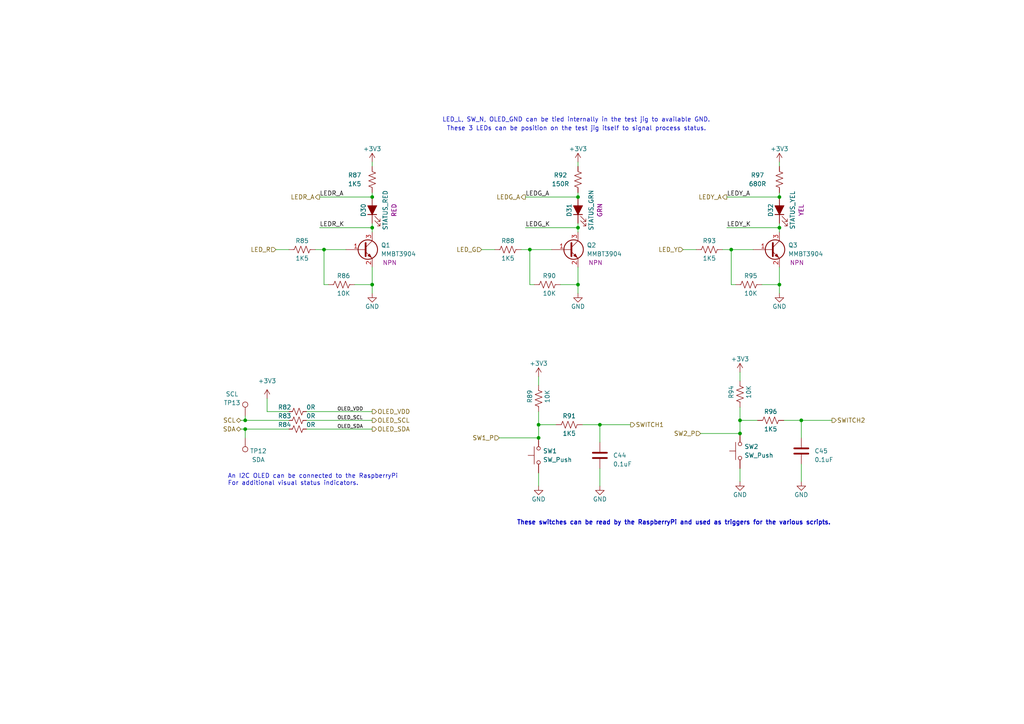
<source format=kicad_sch>
(kicad_sch (version 20230121) (generator eeschema)
  (paper "A4")
  (title_block (title "VoltHub7") (date "2024-01-26") (rev "A") (company "Voltlog") (comment 1 "All resistors are 1% unless otherwise mentioned.") (comment 2 "License GPLv3"))
  (lib_symbols
    (symbol "Connector:TestPoint" (pin_numbers hide) (pin_names (offset 0.762) hide)
      (property "Reference" "TP" (at 0 6.858 0))
      (property "Value" "TestPoint" (at 0 5.08 0))
      (symbol "TestPoint_0_1"
        (circle (center 0 3.302) (radius 0.762))
      )
      (symbol "TestPoint_1_1"
        (pin passive line (at 0 0 90) (length 2.54) (name "1") (number "1"))
      )
    )
    (symbol "Device:C" (pin_numbers hide) (pin_names (offset 0.254))
      (property "Reference" "C" (at 0.635 2.54 0))
      (property "Value" "C" (at 0.635 -2.54 0))
      (symbol "C_0_1"
        (polyline (pts (xy -2.032 -0.762) (xy 2.032 -0.762)) (stroke (width 0.508)))
        (polyline (pts (xy -2.032 0.762) (xy 2.032 0.762)) (stroke (width 0.508)))
      )
      (symbol "C_1_1"
        (pin passive line (at 0 3.81 270) (length 2.794) (name "~") (number "1"))
        (pin passive line (at 0 -3.81 90) (length 2.794) (name "~") (number "2"))
      )
    )
    (symbol "Device:LED_Filled" (pin_numbers hide) (pin_names (offset 1.016) hide)
      (property "Reference" "D" (at 0 2.54 0))
      (property "Value" "LED_Filled" (at 0 -2.54 0))
      (symbol "LED_Filled_0_1"
        (polyline (pts (xy -1.27 -1.27) (xy -1.27 1.27)) (stroke (width 0.254)))
        (polyline (pts (xy -1.27 0) (xy 1.27 0)))
        (polyline (pts (xy 1.27 -1.27) (xy 1.27 1.27) (xy -1.27 0) (xy 1.27 -1.27)) (stroke (width 0.254)) (fill (type outline)))
        (polyline (pts (xy -3.048 -0.762) (xy -4.572 -2.286) (xy -3.81 -2.286) (xy -4.572 -2.286) (xy -4.572 -1.524)))
        (polyline (pts (xy -1.778 -0.762) (xy -3.302 -2.286) (xy -2.54 -2.286) (xy -3.302 -2.286) (xy -3.302 -1.524)))
      )
      (symbol "LED_Filled_1_1"
        (pin passive line (at -3.81 0 0) (length 2.54) (name "K") (number "1"))
        (pin passive line (at 3.81 0 180) (length 2.54) (name "A") (number "2"))
      )
    )
    (symbol "Device:R_Small_US" (pin_numbers hide) (pin_names (offset 0.254) hide)
      (property "Reference" "R" (at 0.762 0.508 0))
      (property "Value" "R_Small_US" (at 0.762 -1.016 0))
      (symbol "R_Small_US_1_1"
        (polyline (pts (xy 0 0) (xy 1.016 -0.381) (xy 0 -0.762) (xy -1.016 -1.143) (xy 0 -1.524)))
        (polyline (pts (xy 0 1.524) (xy 1.016 1.143) (xy 0 0.762) (xy -1.016 0.381) (xy 0 0)))
        (pin passive line (at 0 2.54 270) (length 1.016) (name "~") (number "1"))
        (pin passive line (at 0 -2.54 90) (length 1.016) (name "~") (number "2"))
      )
    )
    (symbol "Device:R_US" (pin_numbers hide) (pin_names (offset 0))
      (property "Reference" "R" (at 2.54 0 90))
      (property "Value" "R_US" (at -2.54 0 90))
      (symbol "R_US_0_1"
        (polyline (pts (xy 0 -2.286) (xy 0 -2.54)))
        (polyline (pts (xy 0 2.286) (xy 0 2.54)))
        (polyline (pts (xy 0 -0.762) (xy 1.016 -1.143) (xy 0 -1.524) (xy -1.016 -1.905) (xy 0 -2.286)))
        (polyline (pts (xy 0 0.762) (xy 1.016 0.381) (xy 0 0) (xy -1.016 -0.381) (xy 0 -0.762)))
        (polyline (pts (xy 0 2.286) (xy 1.016 1.905) (xy 0 1.524) (xy -1.016 1.143) (xy 0 0.762)))
      )
      (symbol "R_US_1_1"
        (pin passive line (at 0 3.81 270) (length 1.27) (name "~") (number "1"))
        (pin passive line (at 0 -3.81 90) (length 1.27) (name "~") (number "2"))
      )
    )
    (symbol "Switch:SW_Push" (pin_numbers hide) (pin_names (offset 1.016) hide)
      (property "Reference" "SW" (at 1.27 2.54 0))
      (property "Value" "SW_Push" (at 0 -1.524 0))
      (symbol "SW_Push_0_1"
        (circle (center -2.032 0) (radius 0.508))
        (polyline (pts (xy 0 1.27) (xy 0 3.048)))
        (polyline (pts (xy 2.54 1.27) (xy -2.54 1.27)))
        (circle (center 2.032 0) (radius 0.508))
        (pin passive line (at -5.08 0 0) (length 2.54) (name "1") (number "1"))
        (pin passive line (at 5.08 0 180) (length 2.54) (name "2") (number "2"))
      )
    )
    (symbol "Transistor_BJT:MMBT3904" (pin_names (offset 0) hide)
      (property "Reference" "Q" (at 5.08 1.905 0))
      (property "Value" "MMBT3904" (at 5.08 0 0))
      (symbol "MMBT3904_0_1"
        (polyline (pts (xy 0.635 0.635) (xy 2.54 2.54)))
        (polyline (pts (xy 0.635 -0.635) (xy 2.54 -2.54) (xy 2.54 -2.54)))
        (polyline (pts (xy 0.635 1.905) (xy 0.635 -1.905) (xy 0.635 -1.905)) (stroke (width 0.508)))
        (polyline (pts (xy 1.27 -1.778) (xy 1.778 -1.27) (xy 2.286 -2.286) (xy 1.27 -1.778) (xy 1.27 -1.778)) (fill (type outline)))
        (circle (center 1.27 0) (radius 2.8194) (stroke (width 0.254)))
      )
      (symbol "MMBT3904_1_1"
        (pin input line (at -5.08 0 0) (length 5.715) (name "B") (number "1"))
        (pin passive line (at 2.54 -5.08 90) (length 2.54) (name "E") (number "2"))
        (pin passive line (at 2.54 5.08 270) (length 2.54) (name "C") (number "3"))
      )
    )
    (symbol "power:+3V3" (power) (pin_names (offset 0))
      (property "Value" "+3V3" (at 0 3.556 0))
      (symbol "+3V3_0_1"
        (polyline (pts (xy -0.762 1.27) (xy 0 2.54)))
        (polyline (pts (xy 0 0) (xy 0 2.54)))
        (polyline (pts (xy 0 2.54) (xy 0.762 1.27)))
      )
      (symbol "+3V3_1_1"
        (pin power_in line (at 0 0 90) (length 0) hide (name "+3V3") (number "1"))
      )
    )
    (symbol "power:GND" (power) (pin_names (offset 0))
      (property "Value" "GND" (at 0 -3.81 0))
      (symbol "GND_0_1"
        (polyline (pts (xy 0 0) (xy 0 -1.27) (xy 1.27 -1.27) (xy 0 -2.54) (xy -1.27 -1.27) (xy 0 -1.27)))
      )
      (symbol "GND_1_1"
        (pin power_in line (at 0 0 270) (length 0) hide (name "GND") (number "1"))
      )
    )
  )
  (junction (at 226.06 66.04))
  (junction (at 214.63 121.92))
  (junction (at 232.41 121.92))
  (junction (at 226.06 57.15))
  (junction (at 107.95 82.55))
  (junction (at 167.64 57.15))
  (junction (at 107.95 66.04))
  (junction (at 167.64 66.04))
  (junction (at 214.63 125.73))
  (junction (at 71.12 121.92))
  (junction (at 226.06 82.55))
  (junction (at 156.21 127))
  (junction (at 167.64 82.55))
  (junction (at 107.95 57.15))
  (junction (at 173.99 123.19))
  (junction (at 71.12 124.46))
  (junction (at 212.09 72.39))
  (junction (at 156.21 123.19))
  (junction (at 153.67 72.39))
  (junction (at 93.98 72.39))
  (wire (pts (xy 88.9 119.38) (xy 107.95 119.38)))
  (wire (pts (xy 71.12 124.46) (xy 83.82 124.46)))
  (wire (pts (xy 156.21 109.22) (xy 156.21 111.76)))
  (wire (pts (xy 93.98 82.55) (xy 93.98 72.39)))
  (wire (pts (xy 162.56 82.55) (xy 167.64 82.55)))
  (wire (pts (xy 173.99 123.19) (xy 173.99 128.27)))
  (wire (pts (xy 107.95 55.88) (xy 107.95 57.15)))
  (wire (pts (xy 102.87 82.55) (xy 107.95 82.55)))
  (wire (pts (xy 156.21 123.19) (xy 156.21 127)))
  (wire (pts (xy 92.71 66.04) (xy 107.95 66.04)))
  (wire (pts (xy 156.21 123.19) (xy 161.29 123.19)))
  (wire (pts (xy 167.64 55.88) (xy 167.64 57.15)))
  (wire (pts (xy 226.06 55.88) (xy 226.06 57.15)))
  (wire (pts (xy 139.7 72.39) (xy 143.51 72.39)))
  (wire (pts (xy 226.06 82.55) (xy 226.06 85.09)))
  (wire (pts (xy 69.85 124.46) (xy 71.12 124.46)))
  (wire (pts (xy 153.67 72.39) (xy 151.13 72.39)))
  (wire (pts (xy 226.06 77.47) (xy 226.06 82.55)))
  (wire (pts (xy 203.2 125.73) (xy 214.63 125.73)))
  (wire (pts (xy 226.06 66.04) (xy 226.06 67.31)))
  (wire (pts (xy 214.63 121.92) (xy 214.63 125.73)))
  (wire (pts (xy 71.12 120.65) (xy 71.12 121.92)))
  (wire (pts (xy 107.95 77.47) (xy 107.95 82.55)))
  (wire (pts (xy 214.63 135.89) (xy 214.63 139.7)))
  (wire (pts (xy 80.01 72.39) (xy 83.82 72.39)))
  (wire (pts (xy 167.64 82.55) (xy 167.64 85.09)))
  (wire (pts (xy 167.64 77.47) (xy 167.64 82.55)))
  (wire (pts (xy 107.95 82.55) (xy 107.95 85.09)))
  (wire (pts (xy 232.41 134.62) (xy 232.41 139.7)))
  (wire (pts (xy 107.95 48.26) (xy 107.95 46.99)))
  (wire (pts (xy 153.67 82.55) (xy 153.67 72.39)))
  (wire (pts (xy 210.82 66.04) (xy 226.06 66.04)))
  (wire (pts (xy 77.47 115.57) (xy 77.47 119.38)))
  (wire (pts (xy 71.12 121.92) (xy 83.82 121.92)))
  (wire (pts (xy 210.82 57.15) (xy 226.06 57.15)))
  (wire (pts (xy 227.33 121.92) (xy 232.41 121.92)))
  (wire (pts (xy 92.71 57.15) (xy 107.95 57.15)))
  (wire (pts (xy 88.9 124.46) (xy 107.95 124.46)))
  (wire (pts (xy 212.09 72.39) (xy 218.44 72.39)))
  (wire (pts (xy 167.64 64.77) (xy 167.64 66.04)))
  (wire (pts (xy 107.95 64.77) (xy 107.95 66.04)))
  (wire (pts (xy 93.98 72.39) (xy 91.44 72.39)))
  (wire (pts (xy 156.21 137.16) (xy 156.21 140.97)))
  (wire (pts (xy 226.06 64.77) (xy 226.06 66.04)))
  (wire (pts (xy 173.99 123.19) (xy 182.88 123.19)))
  (wire (pts (xy 107.95 66.04) (xy 107.95 67.31)))
  (wire (pts (xy 144.78 127) (xy 156.21 127)))
  (wire (pts (xy 232.41 121.92) (xy 241.3 121.92)))
  (wire (pts (xy 167.64 66.04) (xy 167.64 67.31)))
  (wire (pts (xy 152.4 66.04) (xy 167.64 66.04)))
  (wire (pts (xy 83.82 119.38) (xy 77.47 119.38)))
  (wire (pts (xy 214.63 121.92) (xy 219.71 121.92)))
  (wire (pts (xy 69.85 121.92) (xy 71.12 121.92)))
  (wire (pts (xy 71.12 124.46) (xy 71.12 127)))
  (wire (pts (xy 214.63 118.11) (xy 214.63 121.92)))
  (wire (pts (xy 156.21 119.38) (xy 156.21 123.19)))
  (wire (pts (xy 173.99 135.89) (xy 173.99 140.97)))
  (wire (pts (xy 168.91 123.19) (xy 173.99 123.19)))
  (wire (pts (xy 198.12 72.39) (xy 201.93 72.39)))
  (wire (pts (xy 88.9 121.92) (xy 107.95 121.92)))
  (wire (pts (xy 232.41 121.92) (xy 232.41 127)))
  (wire (pts (xy 220.98 82.55) (xy 226.06 82.55)))
  (wire (pts (xy 167.64 48.26) (xy 167.64 46.99)))
  (wire (pts (xy 213.36 82.55) (xy 212.09 82.55)))
  (wire (pts (xy 153.67 72.39) (xy 160.02 72.39)))
  (wire (pts (xy 95.25 82.55) (xy 93.98 82.55)))
  (wire (pts (xy 226.06 48.26) (xy 226.06 46.99)))
  (wire (pts (xy 154.94 82.55) (xy 153.67 82.55)))
  (wire (pts (xy 214.63 107.95) (xy 214.63 110.49)))
  (wire (pts (xy 212.09 72.39) (xy 209.55 72.39)))
  (wire (pts (xy 93.98 72.39) (xy 100.33 72.39)))
  (wire (pts (xy 212.09 82.55) (xy 212.09 72.39)))
  (wire (pts (xy 152.4 57.15) (xy 167.64 57.15)))
  (text "These switches can be read by the RaspberryPi and used as triggers for the various scripts." (at 149.86 152.4 0) (effects (font (size 1.27 1.27) bold) (justify left bottom)))
  (text "LED_L, SW_N, OLED_GND can be tied internally in the test jig to available GND." (at 128.27 35.56 0) (effects (font (size 1.27 1.27)) (justify left bottom)))
  (text "An I2C OLED can be connected to the RaspberryPi\nFor additional visual status indicators." (at 66.04 140.97 0) (effects (font (size 1.27 1.27)) (justify left bottom)))
  (text "These 3 LEDs can be position on the test jig itself to signal process status." (at 129.54 38.1 0) (effects (font (size 1.27 1.27)) (justify left bottom)))
  (label "LEDR_A" (at 92.71 57.15 0))
  (label "OLED_SDA" (at 97.79 124.46 0) (effects (font (size 1 1))))
  (label "LEDY_K" (at 210.82 66.04 0))
  (label "LEDG_K" (at 152.4 66.04 0))
  (label "LEDR_K" (at 92.71 66.04 0))
  (label "OLED_VDD" (at 97.79 119.38 0) (effects (font (size 1 1))))
  (label "LEDG_A" (at 152.4 57.15 0))
  (label "OLED_SCL" (at 97.79 121.92 0) (effects (font (size 1 1))))
  (label "LEDY_A" (at 210.82 57.15 0))
  (hierarchical_label "LED_G" (shape input) (at 139.7 72.39 180))
  (hierarchical_label "OLED_SDA" (shape output) (at 107.95 124.46 0))
  (hierarchical_label "LEDR_A" (shape output) (at 92.71 57.15 180))
  (hierarchical_label "OLED_SCL" (shape output) (at 107.95 121.92 0))
  (hierarchical_label "SWITCH2" (shape output) (at 241.3 121.92 0))
  (hierarchical_label "OLED_VDD" (shape output) (at 107.95 119.38 0))
  (hierarchical_label "LEDG_A" (shape output) (at 152.4 57.15 180))
  (hierarchical_label "SWITCH1" (shape output) (at 182.88 123.19 0))
  (hierarchical_label "LED_R" (shape input) (at 80.01 72.39 180))
  (hierarchical_label "SW2_P" (shape input) (at 203.2 125.73 180))
  (hierarchical_label "SDA" (shape bidirectional) (at 69.85 124.46 180))
  (hierarchical_label "LED_Y" (shape input) (at 198.12 72.39 180))
  (hierarchical_label "SCL" (shape bidirectional) (at 69.85 121.92 180))
  (hierarchical_label "SW1_P" (shape input) (at 144.78 127 180))
  (hierarchical_label "LEDY_A" (shape output) (at 210.82 57.15 180))
  (symbol (lib_id "Device:R_Small_US") (at 86.36 119.38 90) (unit 1)
    (property "Reference" "R82" (at 82.55 118.11 90))
    (property "Value" "0R" (at 90.17 118.11 90))
    (property "Footprint" "Resistor_SMD:R_0603_1608Metric" (effects hide))
    (property "LCSC" "C21189" (effects hide))
  )
  (symbol (lib_id "power:+3V3") (at 156.21 109.22 0) (unit 1)
    (property "Reference" "#PWR060" (effects hide))
    (property "Value" "+3V3" (at 156.21 105.41 0))
  )
  (symbol (lib_id "Device:R_US") (at 87.63 72.39 270) (unit 1)
    (property "Reference" "R85" (at 87.63 69.85 90))
    (property "Value" "1K5" (at 87.63 74.93 90))
    (property "Footprint" "Resistor_SMD:R_0603_1608Metric" (effects hide))
    (property "LCSC" "C21190" (effects hide))
  )
  (symbol (lib_id "power:GND") (at 107.95 85.09 0) (unit 1)
    (property "Reference" "#PWR059" (effects hide))
    (property "Value" "GND" (at 107.95 88.9 0))
  )
  (symbol (lib_id "Switch:SW_Push") (at 214.63 130.81 90) (unit 1)
    (property "Reference" "SW2" (at 215.9 129.54 90) (effects (justify right)))
    (property "Value" "SW_Push" (at 215.9 132.08 90) (effects (justify right)))
    (property "Footprint" "Button_Switch_SMD:SW_SPST_Omron_B3FS-100xP" (effects hide))
  )
  (symbol (lib_id "Device:R_US") (at 99.06 82.55 270) (unit 1)
    (property "Reference" "R86" (at 101.6 80.01 90) (effects (justify right)))
    (property "Value" "10K" (at 101.6 85.09 90) (effects (justify right)))
    (property "Footprint" "Resistor_SMD:R_0603_1608Metric" (effects hide))
    (property "LCSC" "C25804" (effects hide))
  )
  (symbol (lib_id "Transistor_BJT:MMBT3904") (at 223.52 72.39 0) (unit 1)
    (property "Reference" "Q3" (at 228.6 71.12 0) (effects (justify left)))
    (property "Value" "MMBT3904" (at 228.6 73.66 0) (effects (justify left)))
    (property "Footprint" "Package_TO_SOT_SMD:SOT-23" (effects hide))
    (property "Datasheet" "https://www.onsemi.com/pdf/datasheet/pzt3904-d.pdf" (effects hide))
    (property "Type" "NPN" (at 231.14 76.2 0))
    (property "LCSC" "C20526" (effects hide))
  )
  (symbol (lib_id "Device:R_Small_US") (at 86.36 121.92 90) (unit 1)
    (property "Reference" "R83" (at 82.55 120.65 90))
    (property "Value" "0R" (at 90.17 120.65 90))
    (property "Footprint" "Resistor_SMD:R_0603_1608Metric" (effects hide))
    (property "LCSC" "C21189" (effects hide))
  )
  (symbol (lib_id "Device:R_US") (at 205.74 72.39 270) (unit 1)
    (property "Reference" "R93" (at 205.74 69.85 90))
    (property "Value" "1K5" (at 205.74 74.93 90))
    (property "Footprint" "Resistor_SMD:R_0603_1608Metric" (effects hide))
    (property "LCSC" "C21190" (effects hide))
  )
  (symbol (lib_id "Transistor_BJT:MMBT3904") (at 105.41 72.39 0) (unit 1)
    (property "Reference" "Q1" (at 110.49 71.12 0) (effects (justify left)))
    (property "Value" "MMBT3904" (at 110.49 73.66 0) (effects (justify left)))
    (property "Footprint" "Package_TO_SOT_SMD:SOT-23" (effects hide))
    (property "Datasheet" "https://www.onsemi.com/pdf/datasheet/pzt3904-d.pdf" (effects hide))
    (property "Type" "NPN" (at 113.03 76.2 0))
    (property "LCSC" "C20526" (effects hide))
  )
  (symbol (lib_id "Device:LED_Filled") (at 107.95 60.96 90) (unit 1)
    (property "Reference" "D30" (at 105.41 60.96 0))
    (property "Value" "STATUS_RED" (at 111.76 60.96 0))
    (property "Footprint" "LED_SMD:LED_0603_1608Metric" (effects hide))
    (property "Color" "RED" (at 114.3 60.96 0))
    (property "LCSC" "C193902" (effects hide))
    (property "PN" "NCD0603R5" (effects hide))
  )
  (symbol (lib_id "power:+3V3") (at 226.06 46.99 0) (unit 1)
    (property "Reference" "#PWR067" (effects hide))
    (property "Value" "+3V3" (at 226.06 43.18 0))
  )
  (symbol (lib_id "Device:C") (at 232.41 130.81 0) (unit 1)
    (property "Reference" "C45" (at 236.22 130.81 0) (effects (justify left)))
    (property "Value" "0.1uF" (at 236.22 133.35 0) (effects (justify left)))
    (property "Footprint" "Capacitor_SMD:C_0603_1608Metric" (effects hide))
    (property "LCSC" "C14663" (effects hide))
  )
  (symbol (lib_id "Device:R_US") (at 165.1 123.19 270) (unit 1)
    (property "Reference" "R91" (at 165.1 120.65 90))
    (property "Value" "1K5" (at 165.1 125.73 90))
    (property "Footprint" "Resistor_SMD:R_0603_1608Metric" (effects hide))
    (property "LCSC" "C21190" (effects hide))
  )
  (symbol (lib_id "power:+3V3") (at 77.47 115.57 0) (unit 1)
    (property "Reference" "#PWR057" (effects hide))
    (property "Value" "+3V3" (at 77.47 110.49 0))
  )
  (symbol (lib_id "Transistor_BJT:MMBT3904") (at 165.1 72.39 0) (unit 1)
    (property "Reference" "Q2" (at 170.18 71.12 0) (effects (justify left)))
    (property "Value" "MMBT3904" (at 170.18 73.66 0) (effects (justify left)))
    (property "Footprint" "Package_TO_SOT_SMD:SOT-23" (effects hide))
    (property "Datasheet" "https://www.onsemi.com/pdf/datasheet/pzt3904-d.pdf" (effects hide))
    (property "Type" "NPN" (at 172.72 76.2 0))
    (property "LCSC" "C20526" (effects hide))
  )
  (symbol (lib_id "Device:R_US") (at 214.63 114.3 0) (unit 1)
    (property "Reference" "R94" (at 212.09 111.76 90) (effects (justify right)))
    (property "Value" "10K" (at 217.17 111.76 90) (effects (justify right)))
    (property "Footprint" "Resistor_SMD:R_0603_1608Metric" (effects hide))
    (property "LCSC" "C25804" (effects hide))
  )
  (symbol (lib_id "power:+3V3") (at 214.63 107.95 0) (unit 1)
    (property "Reference" "#PWR065" (effects hide))
    (property "Value" "+3V3" (at 214.63 104.14 0))
  )
  (symbol (lib_id "Device:R_US") (at 223.52 121.92 270) (unit 1)
    (property "Reference" "R96" (at 223.52 119.38 90))
    (property "Value" "1K5" (at 223.52 124.46 90))
    (property "Footprint" "Resistor_SMD:R_0603_1608Metric" (effects hide))
    (property "LCSC" "C21190" (effects hide))
  )
  (symbol (lib_id "Device:R_US") (at 156.21 115.57 0) (unit 1)
    (property "Reference" "R89" (at 153.67 113.03 90) (effects (justify right)))
    (property "Value" "10K" (at 158.75 113.03 90) (effects (justify right)))
    (property "Footprint" "Resistor_SMD:R_0603_1608Metric" (effects hide))
    (property "LCSC" "C25804" (effects hide))
  )
  (symbol (lib_id "power:GND") (at 173.99 140.97 0) (unit 1)
    (property "Reference" "#PWR064" (effects hide))
    (property "Value" "GND" (at 173.99 144.78 0))
  )
  (symbol (lib_id "Device:R_US") (at 147.32 72.39 270) (unit 1)
    (property "Reference" "R88" (at 147.32 69.85 90))
    (property "Value" "1K5" (at 147.32 74.93 90))
    (property "Footprint" "Resistor_SMD:R_0603_1608Metric" (effects hide))
    (property "LCSC" "C21190" (effects hide))
  )
  (symbol (lib_id "Device:R_US") (at 226.06 52.07 180) (unit 1)
    (property "Reference" "R97" (at 219.71 50.8 0))
    (property "Value" "680R" (at 219.71 53.34 0))
    (property "Footprint" "Resistor_SMD:R_0603_1608Metric" (effects hide))
    (property "LCSC" "C23228" (effects hide))
  )
  (symbol (lib_id "power:GND") (at 232.41 139.7 0) (unit 1)
    (property "Reference" "#PWR069" (effects hide))
    (property "Value" "GND" (at 232.41 143.51 0))
  )
  (symbol (lib_id "power:GND") (at 156.21 140.97 0) (unit 1)
    (property "Reference" "#PWR061" (effects hide))
    (property "Value" "GND" (at 156.21 144.78 0))
  )
  (symbol (lib_id "power:+3V3") (at 107.95 46.99 0) (unit 1)
    (property "Reference" "#PWR058" (effects hide))
    (property "Value" "+3V3" (at 107.95 43.18 0))
  )
  (symbol (lib_id "power:GND") (at 226.06 85.09 0) (unit 1)
    (property "Reference" "#PWR068" (effects hide))
    (property "Value" "GND" (at 226.06 88.9 0))
  )
  (symbol (lib_id "power:GND") (at 214.63 139.7 0) (unit 1)
    (property "Reference" "#PWR066" (effects hide))
    (property "Value" "GND" (at 214.63 143.51 0))
  )
  (symbol (lib_id "Device:LED_Filled") (at 167.64 60.96 90) (unit 1)
    (property "Reference" "D31" (at 165.1 60.96 0))
    (property "Value" "STATUS_GRN" (at 171.45 60.96 0))
    (property "Footprint" "LED_SMD:LED_0603_1608Metric" (effects hide))
    (property "Color" "GRN" (at 173.99 60.96 0))
    (property "LCSC" "C84267" (effects hide))
    (property "PN" "NCD0603G1" (effects hide))
  )
  (symbol (lib_id "Device:R_US") (at 217.17 82.55 270) (unit 1)
    (property "Reference" "R95" (at 219.71 80.01 90) (effects (justify right)))
    (property "Value" "10K" (at 219.71 85.09 90) (effects (justify right)))
    (property "Footprint" "Resistor_SMD:R_0603_1608Metric" (effects hide))
    (property "LCSC" "C25804" (effects hide))
  )
  (symbol (lib_id "Device:R_US") (at 167.64 52.07 180) (unit 1)
    (property "Reference" "R92" (at 162.56 50.8 0))
    (property "Value" "150R" (at 162.56 53.34 0))
    (property "Footprint" "Resistor_SMD:R_0603_1608Metric" (effects hide))
    (property "LCSC" "C22808" (effects hide))
  )
  (symbol (lib_id "Device:R_US") (at 158.75 82.55 270) (unit 1)
    (property "Reference" "R90" (at 161.29 80.01 90) (effects (justify right)))
    (property "Value" "10K" (at 161.29 85.09 90) (effects (justify right)))
    (property "Footprint" "Resistor_SMD:R_0603_1608Metric" (effects hide))
    (property "LCSC" "C25804" (effects hide))
  )
  (symbol (lib_id "power:+3V3") (at 167.64 46.99 0) (unit 1)
    (property "Reference" "#PWR062" (effects hide))
    (property "Value" "+3V3" (at 167.64 43.18 0))
  )
  (symbol (lib_id "Connector:TestPoint") (at 71.12 127 180) (unit 1) (in_bom no)
    (property "Reference" "TP12" (at 74.93 130.81 0))
    (property "Value" "SDA" (at 74.93 133.35 0))
    (property "Footprint" "TestPoint:TestPoint_Pad_D1.0mm" (effects hide))
  )
  (symbol (lib_id "Device:LED_Filled") (at 226.06 60.96 90) (unit 1)
    (property "Reference" "D32" (at 223.52 60.96 0))
    (property "Value" "STATUS_YEL" (at 229.87 60.96 0))
    (property "Footprint" "LED_SMD:LED_0603_1608Metric" (effects hide))
    (property "Color" "YEL" (at 232.41 60.96 0))
    (property "LCSC" "C84268" (effects hide))
    (property "PN" "NCD0603Y5" (effects hide))
  )
  (symbol (lib_id "Switch:SW_Push") (at 156.21 132.08 90) (unit 1)
    (property "Reference" "SW1" (at 157.48 130.81 90) (effects (justify right)))
    (property "Value" "SW_Push" (at 157.48 133.35 90) (effects (justify right)))
    (property "Footprint" "Button_Switch_SMD:SW_SPST_Omron_B3FS-100xP" (effects hide))
  )
  (symbol (lib_id "Device:R_US") (at 107.95 52.07 0) (unit 1)
    (property "Reference" "R87" (at 102.87 50.8 0))
    (property "Value" "1K5" (at 102.87 53.34 0))
    (property "Footprint" "Resistor_SMD:R_0603_1608Metric" (effects hide))
    (property "LCSC" "C21190" (effects hide))
  )
  (symbol (lib_id "Device:R_Small_US") (at 86.36 124.46 90) (unit 1)
    (property "Reference" "R84" (at 82.55 123.19 90))
    (property "Value" "0R" (at 90.17 123.19 90))
    (property "Footprint" "Resistor_SMD:R_0603_1608Metric" (effects hide))
    (property "LCSC" "C21189" (effects hide))
  )
  (symbol (lib_id "Connector:TestPoint") (at 71.12 120.65 0) (unit 1) (in_bom no)
    (property "Reference" "TP13" (at 67.31 116.84 0))
    (property "Value" "SCL" (at 67.31 114.3 0))
    (property "Footprint" "TestPoint:TestPoint_Pad_D1.0mm" (effects hide))
  )
  (symbol (lib_id "power:GND") (at 167.64 85.09 0) (unit 1)
    (property "Reference" "#PWR063" (effects hide))
    (property "Value" "GND" (at 167.64 88.9 0))
  )
  (symbol (lib_id "Device:C") (at 173.99 132.08 0) (unit 1)
    (property "Reference" "C44" (at 177.8 132.08 0) (effects (justify left)))
    (property "Value" "0.1uF" (at 177.8 134.62 0) (effects (justify left)))
    (property "Footprint" "Capacitor_SMD:C_0603_1608Metric" (effects hide))
    (property "LCSC" "C14663" (effects hide))
  )
)
</source>
